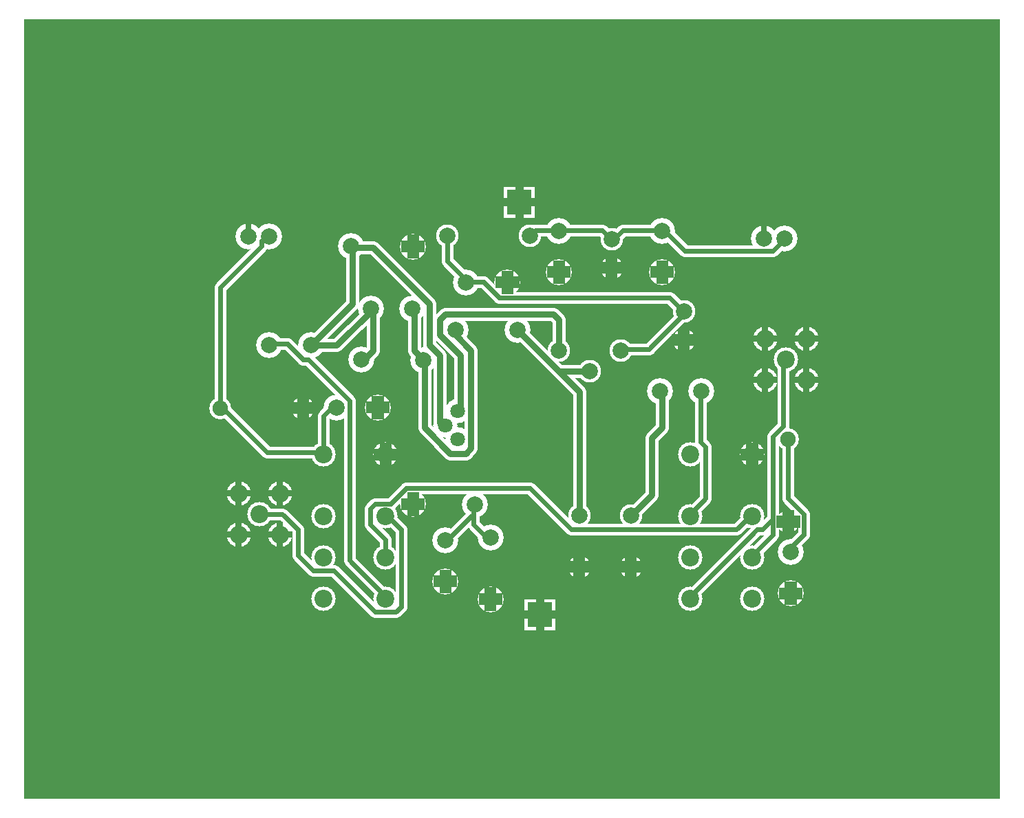
<source format=gbr>
%FSLAX34Y34*%
%MOMM*%
%LNCOPPER_BOTTOM*%
G71*
G01*
%ADD10C,3.200*%
%ADD11C,3.000*%
%ADD12C,3.000*%
%ADD13C,2.800*%
%ADD14C,1.600*%
%ADD15C,2.800*%
%ADD16C,3.200*%
%ADD17C,2.700*%
%ADD18C,1.400*%
%ADD19C,0.667*%
%ADD20C,0.813*%
%ADD21C,0.733*%
%ADD22C,1.453*%
%ADD23C,1.467*%
%ADD24C,1.000*%
%ADD25C,2.230*%
%ADD26C,1.447*%
%ADD27C,2.000*%
%ADD28C,1.800*%
%ADD29C,2.200*%
%ADD30C,0.800*%
%ADD31C,2.000*%
%ADD32C,3.000*%
%ADD33C,1.900*%
%ADD34C,0.600*%
%LPD*%
G36*
X-200000Y760000D02*
X1000000Y760000D01*
X1000000Y-200000D01*
X-200000Y-200000D01*
X-200000Y760000D01*
G37*
%LPC*%
X278266Y479989D02*
G54D10*
D03*
X202016Y480039D02*
G54D10*
D03*
X152400Y358450D02*
G54D10*
D03*
X101420Y358338D02*
G54D10*
D03*
X632896Y302170D02*
G54D10*
D03*
X581916Y302057D02*
G54D10*
D03*
X709775Y489525D02*
G54D10*
D03*
X735275Y489525D02*
G54D10*
D03*
X333400Y277400D02*
G54D11*
D03*
X317500Y259825D02*
G54D11*
D03*
X333435Y242209D02*
G54D11*
D03*
X63500Y175900D02*
G54D12*
D03*
X114300Y175900D02*
G54D12*
D03*
X88900Y150500D02*
G54D12*
D03*
X114300Y125100D02*
G54D12*
D03*
X63500Y125100D02*
G54D12*
D03*
X277297Y403769D02*
G54D10*
D03*
X226316Y403657D02*
G54D10*
D03*
X290966Y340289D02*
G54D10*
D03*
X214716Y340339D02*
G54D10*
D03*
X354466Y162489D02*
G54D10*
D03*
X278216Y162539D02*
G54D10*
D03*
X317836Y118375D02*
G54D10*
D03*
X317948Y67394D02*
G54D10*
D03*
X373428Y45574D02*
G54D10*
D03*
X373479Y121824D02*
G54D10*
D03*
X584536Y499375D02*
G54D10*
D03*
X584648Y448394D02*
G54D10*
D03*
X457536Y499375D02*
G54D10*
D03*
X457648Y448394D02*
G54D10*
D03*
X457200Y352100D02*
G54D13*
D03*
X533400Y352100D02*
G54D13*
D03*
X495300Y326700D02*
G54D13*
D03*
X522356Y453606D02*
G54D13*
D03*
X522356Y488706D02*
G54D13*
D03*
X482600Y148900D02*
G54D13*
D03*
X546100Y148900D02*
G54D13*
D03*
X546100Y85400D02*
G54D13*
D03*
X482600Y85400D02*
G54D13*
D03*
X406450Y377450D02*
G54D10*
D03*
X330200Y377500D02*
G54D10*
D03*
G54D14*
X226316Y403657D02*
X228600Y402900D01*
X184150Y358450D01*
X152400Y358450D01*
X152736Y359675D01*
G54D14*
X152736Y359675D02*
X152400Y358450D01*
X203200Y409250D01*
X203200Y479100D01*
X202016Y480039D01*
G54D14*
X317500Y259825D02*
X317500Y256850D01*
X311150Y263200D01*
X311150Y345750D01*
X298450Y358450D01*
X298450Y409250D01*
X228600Y479100D01*
X203200Y479100D01*
X202016Y480039D01*
G54D14*
X329016Y378439D02*
X330200Y377500D01*
X330200Y371150D01*
X349250Y352100D01*
X349250Y231450D01*
X342900Y225100D01*
X323850Y225100D01*
X292100Y256850D01*
X292100Y339400D01*
X290966Y340289D01*
G54D14*
X457200Y352100D02*
X457200Y390200D01*
X450850Y396550D01*
X317500Y396550D01*
X311150Y390200D01*
X311150Y371150D01*
X336550Y345750D01*
X336550Y275900D01*
X333400Y277400D01*
G54D14*
X405266Y378389D02*
X406400Y377500D01*
X482600Y301300D01*
X482600Y148900D01*
G54D14*
X546100Y148900D02*
X571500Y174300D01*
X571500Y244150D01*
X584200Y256850D01*
X584200Y301300D01*
X581916Y302057D01*
G54D14*
X405266Y378389D02*
X406400Y377500D01*
X457200Y326700D01*
X495300Y326700D01*
X278266Y479989D02*
G54D15*
D03*
X317948Y67394D02*
G54D15*
D03*
X373428Y45574D02*
G54D15*
D03*
X244500Y223549D02*
G54D15*
D03*
X482600Y85400D02*
G54D15*
D03*
X546100Y85400D02*
G54D15*
D03*
G54D14*
X214716Y340339D02*
X215900Y339400D01*
X228600Y352100D01*
X228600Y402900D01*
X226316Y403657D01*
G54D14*
X290966Y340289D02*
X292100Y339400D01*
X279400Y352100D01*
X279400Y402900D01*
X277297Y403769D01*
G36*
X389973Y553498D02*
X427973Y553498D01*
X427973Y515498D01*
X389973Y515498D01*
X389973Y553498D01*
G37*
G36*
X415373Y45498D02*
X453373Y45498D01*
X453373Y7498D01*
X415373Y7498D01*
X415373Y45498D01*
G37*
X22250Y23400D02*
G54D16*
D03*
X22250Y537750D02*
G54D16*
D03*
X777900Y537750D02*
G54D16*
D03*
X777900Y23400D02*
G54D16*
D03*
X422300Y493300D02*
G54D13*
D03*
X320700Y493300D02*
G54D13*
D03*
X394354Y435823D02*
G54D10*
D03*
X343373Y435711D02*
G54D10*
D03*
X611256Y364706D02*
G54D13*
D03*
X611256Y399806D02*
G54D13*
D03*
X168300Y223549D02*
G54D12*
D03*
X244500Y223549D02*
G54D12*
D03*
X168300Y147349D02*
G54D12*
D03*
X168300Y96549D02*
G54D12*
D03*
X168300Y45749D02*
G54D12*
D03*
X244500Y147349D02*
G54D12*
D03*
X244500Y96549D02*
G54D12*
D03*
X244500Y45749D02*
G54D12*
D03*
X142900Y280700D02*
G54D17*
D03*
X41300Y280700D02*
G54D17*
D03*
X234810Y281525D02*
G54D10*
D03*
X183830Y281413D02*
G54D10*
D03*
X142900Y280700D02*
G54D13*
D03*
X142900Y280700D02*
G54D15*
D03*
X234810Y281525D02*
G54D15*
D03*
X711200Y366400D02*
G54D12*
D03*
X762000Y366400D02*
G54D12*
D03*
X736600Y341000D02*
G54D12*
D03*
X762000Y315600D02*
G54D12*
D03*
X711200Y315600D02*
G54D12*
D03*
X619150Y223549D02*
G54D12*
D03*
X695350Y223549D02*
G54D12*
D03*
X619150Y147349D02*
G54D12*
D03*
X619150Y96549D02*
G54D12*
D03*
X619150Y45749D02*
G54D12*
D03*
X695350Y147349D02*
G54D12*
D03*
X695350Y96549D02*
G54D12*
D03*
X695350Y45749D02*
G54D12*
D03*
X739800Y141000D02*
G54D17*
D03*
X739800Y242600D02*
G54D17*
D03*
X742758Y52607D02*
G54D10*
D03*
X742646Y103588D02*
G54D10*
D03*
X75409Y492022D02*
G54D10*
D03*
X100909Y492022D02*
G54D10*
D03*
X739800Y141000D02*
G54D15*
D03*
X742758Y52607D02*
G54D15*
D03*
X584648Y448394D02*
G54D15*
D03*
X522356Y453606D02*
G54D15*
D03*
X457648Y448394D02*
G54D15*
D03*
X394354Y435823D02*
G54D15*
D03*
X611256Y364706D02*
G54D15*
D03*
G54D18*
X244500Y45749D02*
X244500Y48800D01*
X200050Y93250D01*
X200050Y290100D01*
X149250Y340900D01*
X142900Y340900D01*
X123850Y359950D01*
X98450Y359950D01*
X101420Y358338D01*
G54D18*
X41300Y280700D02*
X41300Y283750D01*
X98450Y226600D01*
X168300Y226600D01*
X168300Y223549D01*
G54D18*
X183830Y281413D02*
X181000Y283750D01*
X168300Y271050D01*
X168300Y226600D01*
X168300Y223549D01*
G54D18*
X244500Y147349D02*
X244500Y150400D01*
X263550Y131350D01*
X263550Y36100D01*
X257200Y29750D01*
X231800Y29750D01*
X181000Y80550D01*
X155600Y80550D01*
X136550Y99600D01*
X136550Y131350D01*
X117500Y150400D01*
X85750Y150400D01*
X88900Y150500D01*
G54D18*
X695350Y147349D02*
X695350Y150400D01*
X676300Y131350D01*
X473100Y131350D01*
X422300Y182150D01*
X269900Y182150D01*
X250850Y163100D01*
X231800Y163100D01*
X225450Y156750D01*
X225450Y137700D01*
X244500Y118650D01*
X244500Y99600D01*
X244500Y96549D01*
G54D18*
X522356Y488706D02*
X523900Y486950D01*
X536600Y499650D01*
X587400Y499650D01*
X584536Y499375D01*
G54D18*
X522356Y488706D02*
X523900Y486950D01*
X511200Y499650D01*
X460400Y499650D01*
X457536Y499375D01*
G54D18*
X343373Y435711D02*
X346100Y436150D01*
X320700Y461550D01*
X320700Y493300D01*
G54D18*
X611256Y399806D02*
X612800Y398050D01*
X593750Y417100D01*
X384200Y417100D01*
X365150Y436150D01*
X346100Y436150D01*
X343373Y435711D01*
G54D18*
X611256Y399806D02*
X612800Y398050D01*
X568350Y353600D01*
X530250Y353600D01*
X533400Y352100D01*
G54D18*
X742646Y103588D02*
X739800Y105950D01*
X758850Y125000D01*
X758850Y150400D01*
X739800Y169450D01*
X739800Y245650D01*
X739800Y242600D01*
G54D18*
X100909Y492022D02*
X98450Y493300D01*
X92100Y486950D01*
X92100Y480600D01*
X41300Y429800D01*
X41300Y283750D01*
X41300Y280700D01*
G54D18*
X584536Y499375D02*
X587400Y499650D01*
X612800Y474250D01*
X720750Y474250D01*
X733450Y486950D01*
X735275Y489525D01*
G54D18*
X695350Y96549D02*
X695350Y99600D01*
X720750Y125000D01*
X720750Y245650D01*
X733450Y258350D01*
X733450Y340900D01*
X736600Y341000D01*
G54D18*
X422300Y493300D02*
X428650Y499650D01*
X460400Y499650D01*
X457536Y499375D01*
G54D18*
X619150Y147349D02*
X619150Y150400D01*
X638200Y169450D01*
X638200Y232950D01*
X631850Y239300D01*
X631850Y302800D01*
X632896Y302170D01*
G54D18*
X619150Y45749D02*
X619150Y48800D01*
X701700Y131350D01*
X708050Y131350D01*
X720750Y144050D01*
X720750Y245650D01*
X733450Y258350D01*
X733450Y340900D01*
X736600Y341000D01*
X278216Y162539D02*
G54D15*
D03*
G54D18*
X317836Y118375D02*
X320700Y118650D01*
X352450Y150400D01*
X352450Y163100D01*
X354466Y162489D01*
G54D18*
X373479Y121824D02*
X371500Y118650D01*
X352450Y137700D01*
X352450Y163100D01*
X354466Y162489D01*
X695350Y223549D02*
G54D15*
D03*
%LPD*%
G54D19*
G36*
X706442Y489525D02*
X706442Y506025D01*
X713108Y506025D01*
X713108Y489525D01*
X706442Y489525D01*
G37*
G54D20*
G54D21*
G36*
X59833Y175900D02*
X59833Y191400D01*
X67167Y191400D01*
X67167Y175900D01*
X59833Y175900D01*
G37*
G36*
X63500Y179567D02*
X79000Y179567D01*
X79000Y172233D01*
X63500Y172233D01*
X63500Y179567D01*
G37*
G36*
X67167Y175900D02*
X67167Y160400D01*
X59833Y160400D01*
X59833Y175900D01*
X67167Y175900D01*
G37*
G36*
X63500Y172233D02*
X48000Y172233D01*
X48000Y179567D01*
X63500Y179567D01*
X63500Y172233D01*
G37*
G54D21*
G36*
X110633Y175900D02*
X110633Y191400D01*
X117967Y191400D01*
X117967Y175900D01*
X110633Y175900D01*
G37*
G36*
X114300Y179567D02*
X129800Y179567D01*
X129800Y172233D01*
X114300Y172233D01*
X114300Y179567D01*
G37*
G36*
X117967Y175900D02*
X117967Y160400D01*
X110633Y160400D01*
X110633Y175900D01*
X117967Y175900D01*
G37*
G36*
X114300Y172233D02*
X98800Y172233D01*
X98800Y179567D01*
X114300Y179567D01*
X114300Y172233D01*
G37*
G54D21*
G36*
X110633Y125100D02*
X110633Y140600D01*
X117967Y140600D01*
X117967Y125100D01*
X110633Y125100D01*
G37*
G36*
X114300Y128767D02*
X129800Y128767D01*
X129800Y121433D01*
X114300Y121433D01*
X114300Y128767D01*
G37*
G36*
X117967Y125100D02*
X117967Y109600D01*
X110633Y109600D01*
X110633Y125100D01*
X117967Y125100D01*
G37*
G36*
X114300Y121433D02*
X98800Y121433D01*
X98800Y128767D01*
X114300Y128767D01*
X114300Y121433D01*
G37*
G54D21*
G36*
X59833Y125100D02*
X59833Y140600D01*
X67167Y140600D01*
X67167Y125100D01*
X59833Y125100D01*
G37*
G36*
X63500Y128767D02*
X79000Y128767D01*
X79000Y121433D01*
X63500Y121433D01*
X63500Y128767D01*
G37*
G36*
X67167Y125100D02*
X67167Y109600D01*
X59833Y109600D01*
X59833Y125100D01*
X67167Y125100D01*
G37*
G36*
X63500Y121433D02*
X48000Y121433D01*
X48000Y128767D01*
X63500Y128767D01*
X63500Y121433D01*
G37*
G54D22*
G36*
X270999Y479989D02*
X270999Y494489D01*
X285533Y494489D01*
X285533Y479989D01*
X270999Y479989D01*
G37*
G36*
X278266Y487256D02*
X292766Y487256D01*
X292766Y472722D01*
X278266Y472722D01*
X278266Y487256D01*
G37*
G36*
X285533Y479989D02*
X285533Y465489D01*
X270999Y465489D01*
X270999Y479989D01*
X285533Y479989D01*
G37*
G36*
X278266Y472722D02*
X263766Y472722D01*
X263766Y487256D01*
X278266Y487256D01*
X278266Y472722D01*
G37*
G54D23*
G36*
X310615Y67394D02*
X310615Y81894D01*
X325281Y81894D01*
X325281Y67394D01*
X310615Y67394D01*
G37*
G36*
X317948Y74727D02*
X332448Y74727D01*
X332448Y60061D01*
X317948Y60061D01*
X317948Y74727D01*
G37*
G36*
X325281Y67394D02*
X325281Y52894D01*
X310615Y52894D01*
X310615Y67394D01*
X325281Y67394D01*
G37*
G36*
X317948Y60061D02*
X303448Y60061D01*
X303448Y74727D01*
X317948Y74727D01*
X317948Y60061D01*
G37*
G54D23*
G36*
X366095Y45574D02*
X366095Y60074D01*
X380762Y60074D01*
X380762Y45574D01*
X366095Y45574D01*
G37*
G36*
X373428Y52907D02*
X387928Y52907D01*
X387928Y38241D01*
X373428Y38241D01*
X373428Y52907D01*
G37*
G36*
X380762Y45574D02*
X380762Y31074D01*
X366095Y31074D01*
X366095Y45574D01*
X380762Y45574D01*
G37*
G36*
X373428Y38241D02*
X358928Y38241D01*
X358928Y52907D01*
X373428Y52907D01*
X373428Y38241D01*
G37*
G54D23*
G36*
X237166Y223549D02*
X237166Y238049D01*
X251833Y238049D01*
X251833Y223549D01*
X237166Y223549D01*
G37*
G36*
X244500Y230882D02*
X259000Y230882D01*
X259000Y216216D01*
X244500Y216216D01*
X244500Y230882D01*
G37*
G36*
X251833Y223549D02*
X251833Y209049D01*
X237166Y209049D01*
X237166Y223549D01*
X251833Y223549D01*
G37*
G36*
X244500Y216216D02*
X230000Y216216D01*
X230000Y230882D01*
X244500Y230882D01*
X244500Y216216D01*
G37*
G54D23*
G36*
X475267Y85400D02*
X475267Y99900D01*
X489933Y99900D01*
X489933Y85400D01*
X475267Y85400D01*
G37*
G36*
X482600Y92733D02*
X497100Y92733D01*
X497100Y78067D01*
X482600Y78067D01*
X482600Y92733D01*
G37*
G36*
X489933Y85400D02*
X489933Y70900D01*
X475267Y70900D01*
X475267Y85400D01*
X489933Y85400D01*
G37*
G36*
X482600Y78067D02*
X468100Y78067D01*
X468100Y92733D01*
X482600Y92733D01*
X482600Y78067D01*
G37*
G54D23*
G36*
X538767Y85400D02*
X538767Y99900D01*
X553433Y99900D01*
X553433Y85400D01*
X538767Y85400D01*
G37*
G36*
X546100Y92733D02*
X560600Y92733D01*
X560600Y78067D01*
X546100Y78067D01*
X546100Y92733D01*
G37*
G36*
X553433Y85400D02*
X553433Y70900D01*
X538767Y70900D01*
X538767Y85400D01*
X553433Y85400D01*
G37*
G36*
X546100Y78067D02*
X531600Y78067D01*
X531600Y92733D01*
X546100Y92733D01*
X546100Y78067D01*
G37*
G54D24*
G36*
X403973Y534498D02*
X403973Y553998D01*
X413973Y553998D01*
X413973Y534498D01*
X403973Y534498D01*
G37*
G36*
X408973Y539498D02*
X428473Y539498D01*
X428473Y529498D01*
X408973Y529498D01*
X408973Y539498D01*
G37*
G36*
X413973Y534498D02*
X413973Y514998D01*
X403973Y514998D01*
X403973Y534498D01*
X413973Y534498D01*
G37*
G36*
X408973Y529498D02*
X389473Y529498D01*
X389473Y539498D01*
X408973Y539498D01*
X408973Y529498D01*
G37*
G54D24*
G36*
X429373Y26498D02*
X429373Y45998D01*
X439373Y45998D01*
X439373Y26498D01*
X429373Y26498D01*
G37*
G36*
X434373Y31498D02*
X453873Y31498D01*
X453873Y21498D01*
X434373Y21498D01*
X434373Y31498D01*
G37*
G36*
X439373Y26498D02*
X439373Y6998D01*
X429373Y6998D01*
X429373Y26498D01*
X439373Y26498D01*
G37*
G36*
X434373Y21498D02*
X414873Y21498D01*
X414873Y31498D01*
X434373Y31498D01*
X434373Y21498D01*
G37*
G54D25*
G36*
X22250Y34550D02*
X38750Y34550D01*
X38750Y12250D01*
X22250Y12250D01*
X22250Y34550D01*
G37*
G36*
X33400Y23400D02*
X33400Y6900D01*
X11100Y6900D01*
X11100Y23400D01*
X33400Y23400D01*
G37*
G36*
X22250Y12250D02*
X5750Y12250D01*
X5750Y34550D01*
X22250Y34550D01*
X22250Y12250D01*
G37*
G36*
X11100Y23400D02*
X11100Y39900D01*
X33400Y39900D01*
X33400Y23400D01*
X11100Y23400D01*
G37*
G54D25*
G36*
X22250Y548900D02*
X38750Y548900D01*
X38750Y526600D01*
X22250Y526600D01*
X22250Y548900D01*
G37*
G36*
X33400Y537750D02*
X33400Y521250D01*
X11100Y521250D01*
X11100Y537750D01*
X33400Y537750D01*
G37*
G36*
X22250Y526600D02*
X5750Y526600D01*
X5750Y548900D01*
X22250Y548900D01*
X22250Y526600D01*
G37*
G36*
X11100Y537750D02*
X11100Y554250D01*
X33400Y554250D01*
X33400Y537750D01*
X11100Y537750D01*
G37*
G54D25*
G36*
X777900Y548900D02*
X794400Y548900D01*
X794400Y526600D01*
X777900Y526600D01*
X777900Y548900D01*
G37*
G36*
X789050Y537750D02*
X789050Y521250D01*
X766750Y521250D01*
X766750Y537750D01*
X789050Y537750D01*
G37*
G36*
X777900Y526600D02*
X761400Y526600D01*
X761400Y548900D01*
X777900Y548900D01*
X777900Y526600D01*
G37*
G36*
X766750Y537750D02*
X766750Y554250D01*
X789050Y554250D01*
X789050Y537750D01*
X766750Y537750D01*
G37*
G54D25*
G36*
X777900Y34550D02*
X794400Y34550D01*
X794400Y12250D01*
X777900Y12250D01*
X777900Y34550D01*
G37*
G36*
X789050Y23400D02*
X789050Y6900D01*
X766750Y6900D01*
X766750Y23400D01*
X789050Y23400D01*
G37*
G36*
X777900Y12250D02*
X761400Y12250D01*
X761400Y34550D01*
X777900Y34550D01*
X777900Y12250D01*
G37*
G36*
X766750Y23400D02*
X766750Y39900D01*
X789050Y39900D01*
X789050Y23400D01*
X766750Y23400D01*
G37*
G54D26*
G36*
X135667Y280700D02*
X135667Y295200D01*
X150133Y295200D01*
X150133Y280700D01*
X135667Y280700D01*
G37*
G36*
X142900Y287933D02*
X157400Y287933D01*
X157400Y273467D01*
X142900Y273467D01*
X142900Y287933D01*
G37*
G36*
X150133Y280700D02*
X150133Y266200D01*
X135667Y266200D01*
X135667Y280700D01*
X150133Y280700D01*
G37*
G36*
X142900Y273467D02*
X128400Y273467D01*
X128400Y287933D01*
X142900Y287933D01*
X142900Y273467D01*
G37*
G54D26*
G36*
X227577Y281525D02*
X227577Y296025D01*
X242043Y296025D01*
X242043Y281525D01*
X227577Y281525D01*
G37*
G36*
X234810Y288759D02*
X249310Y288759D01*
X249310Y274292D01*
X234810Y274292D01*
X234810Y288759D01*
G37*
G36*
X242043Y281525D02*
X242043Y267025D01*
X227577Y267025D01*
X227577Y281525D01*
X242043Y281525D01*
G37*
G36*
X234810Y274292D02*
X220310Y274292D01*
X220310Y288759D01*
X234810Y288759D01*
X234810Y274292D01*
G37*
G54D21*
G36*
X707533Y366400D02*
X707533Y381900D01*
X714867Y381900D01*
X714867Y366400D01*
X707533Y366400D01*
G37*
G36*
X711200Y370067D02*
X726700Y370067D01*
X726700Y362733D01*
X711200Y362733D01*
X711200Y370067D01*
G37*
G36*
X714867Y366400D02*
X714867Y350900D01*
X707533Y350900D01*
X707533Y366400D01*
X714867Y366400D01*
G37*
G36*
X711200Y362733D02*
X695700Y362733D01*
X695700Y370067D01*
X711200Y370067D01*
X711200Y362733D01*
G37*
G54D21*
G36*
X758333Y366400D02*
X758333Y381900D01*
X765667Y381900D01*
X765667Y366400D01*
X758333Y366400D01*
G37*
G36*
X762000Y370067D02*
X777500Y370067D01*
X777500Y362733D01*
X762000Y362733D01*
X762000Y370067D01*
G37*
G36*
X765667Y366400D02*
X765667Y350900D01*
X758333Y350900D01*
X758333Y366400D01*
X765667Y366400D01*
G37*
G36*
X762000Y362733D02*
X746500Y362733D01*
X746500Y370067D01*
X762000Y370067D01*
X762000Y362733D01*
G37*
G54D21*
G36*
X758333Y315600D02*
X758333Y331100D01*
X765667Y331100D01*
X765667Y315600D01*
X758333Y315600D01*
G37*
G36*
X762000Y319267D02*
X777500Y319267D01*
X777500Y311933D01*
X762000Y311933D01*
X762000Y319267D01*
G37*
G36*
X765667Y315600D02*
X765667Y300100D01*
X758333Y300100D01*
X758333Y315600D01*
X765667Y315600D01*
G37*
G36*
X762000Y311933D02*
X746500Y311933D01*
X746500Y319267D01*
X762000Y319267D01*
X762000Y311933D01*
G37*
G54D21*
G36*
X707533Y315600D02*
X707533Y331100D01*
X714867Y331100D01*
X714867Y315600D01*
X707533Y315600D01*
G37*
G36*
X711200Y319267D02*
X726700Y319267D01*
X726700Y311933D01*
X711200Y311933D01*
X711200Y319267D01*
G37*
G36*
X714867Y315600D02*
X714867Y300100D01*
X707533Y300100D01*
X707533Y315600D01*
X714867Y315600D01*
G37*
G36*
X711200Y311933D02*
X695700Y311933D01*
X695700Y319267D01*
X711200Y319267D01*
X711200Y311933D01*
G37*
G54D19*
G36*
X72076Y492022D02*
X72076Y508522D01*
X78742Y508522D01*
X78742Y492022D01*
X72076Y492022D01*
G37*
G54D20*
G54D23*
G36*
X732467Y141000D02*
X732467Y155500D01*
X747133Y155500D01*
X747133Y141000D01*
X732467Y141000D01*
G37*
G36*
X739800Y148333D02*
X754300Y148333D01*
X754300Y133667D01*
X739800Y133667D01*
X739800Y148333D01*
G37*
G36*
X747133Y141000D02*
X747133Y126500D01*
X732467Y126500D01*
X732467Y141000D01*
X747133Y141000D01*
G37*
G36*
X739800Y133667D02*
X725300Y133667D01*
X725300Y148333D01*
X739800Y148333D01*
X739800Y133667D01*
G37*
G54D23*
G36*
X735425Y52607D02*
X735425Y67107D01*
X750092Y67107D01*
X750092Y52607D01*
X735425Y52607D01*
G37*
G36*
X742758Y59940D02*
X757258Y59940D01*
X757258Y45274D01*
X742758Y45274D01*
X742758Y59940D01*
G37*
G36*
X750092Y52607D02*
X750092Y38107D01*
X735425Y38107D01*
X735425Y52607D01*
X750092Y52607D01*
G37*
G36*
X742758Y45274D02*
X728258Y45274D01*
X728258Y59940D01*
X742758Y59940D01*
X742758Y45274D01*
G37*
G54D23*
G36*
X577315Y448394D02*
X577315Y462894D01*
X591981Y462894D01*
X591981Y448394D01*
X577315Y448394D01*
G37*
G36*
X584648Y455727D02*
X599148Y455727D01*
X599148Y441061D01*
X584648Y441061D01*
X584648Y455727D01*
G37*
G36*
X591981Y448394D02*
X591981Y433894D01*
X577315Y433894D01*
X577315Y448394D01*
X591981Y448394D01*
G37*
G36*
X584648Y441061D02*
X570148Y441061D01*
X570148Y455727D01*
X584648Y455727D01*
X584648Y441061D01*
G37*
G54D23*
G36*
X515023Y453606D02*
X515023Y468106D01*
X529689Y468106D01*
X529689Y453606D01*
X515023Y453606D01*
G37*
G36*
X522356Y460939D02*
X536856Y460939D01*
X536856Y446273D01*
X522356Y446273D01*
X522356Y460939D01*
G37*
G36*
X529689Y453606D02*
X529689Y439106D01*
X515023Y439106D01*
X515023Y453606D01*
X529689Y453606D01*
G37*
G36*
X522356Y446273D02*
X507856Y446273D01*
X507856Y460939D01*
X522356Y460939D01*
X522356Y446273D01*
G37*
G54D23*
G36*
X450315Y448394D02*
X450315Y462894D01*
X464981Y462894D01*
X464981Y448394D01*
X450315Y448394D01*
G37*
G36*
X457648Y455727D02*
X472148Y455727D01*
X472148Y441061D01*
X457648Y441061D01*
X457648Y455727D01*
G37*
G36*
X464981Y448394D02*
X464981Y433894D01*
X450315Y433894D01*
X450315Y448394D01*
X464981Y448394D01*
G37*
G36*
X457648Y441061D02*
X443148Y441061D01*
X443148Y455727D01*
X457648Y455727D01*
X457648Y441061D01*
G37*
G54D23*
G36*
X387020Y435823D02*
X387020Y450323D01*
X401687Y450323D01*
X401687Y435823D01*
X387020Y435823D01*
G37*
G36*
X394354Y443157D02*
X408854Y443157D01*
X408854Y428490D01*
X394354Y428490D01*
X394354Y443157D01*
G37*
G36*
X401687Y435823D02*
X401687Y421323D01*
X387020Y421323D01*
X387020Y435823D01*
X401687Y435823D01*
G37*
G36*
X394354Y428490D02*
X379854Y428490D01*
X379854Y443157D01*
X394354Y443157D01*
X394354Y428490D01*
G37*
G54D23*
G36*
X603923Y364706D02*
X603923Y379206D01*
X618589Y379206D01*
X618589Y364706D01*
X603923Y364706D01*
G37*
G36*
X611256Y372039D02*
X625756Y372039D01*
X625756Y357373D01*
X611256Y357373D01*
X611256Y372039D01*
G37*
G36*
X618589Y364706D02*
X618589Y350206D01*
X603923Y350206D01*
X603923Y364706D01*
X618589Y364706D01*
G37*
G36*
X611256Y357373D02*
X596756Y357373D01*
X596756Y372039D01*
X611256Y372039D01*
X611256Y357373D01*
G37*
G54D23*
G36*
X270883Y162539D02*
X270883Y177039D01*
X285550Y177039D01*
X285550Y162539D01*
X270883Y162539D01*
G37*
G36*
X278216Y169872D02*
X292716Y169872D01*
X292716Y155206D01*
X278216Y155206D01*
X278216Y169872D01*
G37*
G36*
X285550Y162539D02*
X285550Y148039D01*
X270883Y148039D01*
X270883Y162539D01*
X285550Y162539D01*
G37*
G36*
X278216Y155206D02*
X263716Y155206D01*
X263716Y169872D01*
X278216Y169872D01*
X278216Y155206D01*
G37*
G54D23*
G36*
X688016Y223549D02*
X688016Y238049D01*
X702683Y238049D01*
X702683Y223549D01*
X688016Y223549D01*
G37*
G36*
X695350Y230882D02*
X709850Y230882D01*
X709850Y216216D01*
X695350Y216216D01*
X695350Y230882D01*
G37*
G36*
X702683Y223549D02*
X702683Y209049D01*
X688016Y209049D01*
X688016Y223549D01*
X702683Y223549D01*
G37*
G36*
X695350Y216216D02*
X680850Y216216D01*
X680850Y230882D01*
X695350Y230882D01*
X695350Y216216D01*
G37*
X278266Y479989D02*
G54D27*
D03*
X202016Y480039D02*
G54D27*
D03*
X152400Y358450D02*
G54D27*
D03*
X101420Y358338D02*
G54D27*
D03*
X632896Y302170D02*
G54D27*
D03*
X581916Y302057D02*
G54D27*
D03*
X709775Y489525D02*
G54D27*
D03*
X735275Y489525D02*
G54D27*
D03*
X333400Y277400D02*
G54D28*
D03*
X317500Y259825D02*
G54D28*
D03*
X333435Y242209D02*
G54D28*
D03*
X63500Y175900D02*
G54D29*
D03*
X114300Y175900D02*
G54D29*
D03*
X88900Y150500D02*
G54D29*
D03*
X114300Y125100D02*
G54D29*
D03*
X63500Y125100D02*
G54D29*
D03*
X277297Y403769D02*
G54D27*
D03*
X226316Y403657D02*
G54D27*
D03*
X290966Y340289D02*
G54D27*
D03*
X214716Y340339D02*
G54D27*
D03*
X354466Y162489D02*
G54D27*
D03*
X278216Y162539D02*
G54D27*
D03*
X317836Y118375D02*
G54D27*
D03*
X317948Y67394D02*
G54D27*
D03*
X373428Y45574D02*
G54D27*
D03*
X373479Y121824D02*
G54D27*
D03*
X584536Y499375D02*
G54D27*
D03*
X584648Y448394D02*
G54D27*
D03*
X457536Y499375D02*
G54D27*
D03*
X457648Y448394D02*
G54D27*
D03*
X457200Y352100D02*
G54D27*
D03*
X533400Y352100D02*
G54D27*
D03*
X495300Y326700D02*
G54D27*
D03*
X522356Y453606D02*
G54D27*
D03*
X522356Y488706D02*
G54D27*
D03*
X482600Y148900D02*
G54D27*
D03*
X546100Y148900D02*
G54D27*
D03*
X546100Y85400D02*
G54D27*
D03*
X482600Y85400D02*
G54D27*
D03*
X406450Y377450D02*
G54D27*
D03*
X330200Y377500D02*
G54D27*
D03*
G54D30*
X226316Y403657D02*
X228600Y402900D01*
X184150Y358450D01*
X152400Y358450D01*
X152736Y359675D01*
G54D30*
X152736Y359675D02*
X152400Y358450D01*
X203200Y409250D01*
X203200Y479100D01*
X202016Y480039D01*
G54D30*
X317500Y259825D02*
X317500Y256850D01*
X311150Y263200D01*
X311150Y345750D01*
X298450Y358450D01*
X298450Y409250D01*
X228600Y479100D01*
X203200Y479100D01*
X202016Y480039D01*
G54D30*
X329016Y378439D02*
X330200Y377500D01*
X330200Y371150D01*
X349250Y352100D01*
X349250Y231450D01*
X342900Y225100D01*
X323850Y225100D01*
X292100Y256850D01*
X292100Y339400D01*
X290966Y340289D01*
G54D30*
X457200Y352100D02*
X457200Y390200D01*
X450850Y396550D01*
X317500Y396550D01*
X311150Y390200D01*
X311150Y371150D01*
X336550Y345750D01*
X336550Y275900D01*
X333400Y277400D01*
G54D30*
X405266Y378389D02*
X406400Y377500D01*
X482600Y301300D01*
X482600Y148900D01*
G54D30*
X546100Y148900D02*
X571500Y174300D01*
X571500Y244150D01*
X584200Y256850D01*
X584200Y301300D01*
X581916Y302057D01*
G54D30*
X405266Y378389D02*
X406400Y377500D01*
X457200Y326700D01*
X495300Y326700D01*
X278266Y479989D02*
G54D31*
D03*
X317948Y67394D02*
G54D31*
D03*
X373428Y45574D02*
G54D31*
D03*
X244500Y223549D02*
G54D31*
D03*
X482600Y85400D02*
G54D31*
D03*
X546100Y85400D02*
G54D31*
D03*
G54D30*
X214716Y340339D02*
X215900Y339400D01*
X228600Y352100D01*
X228600Y402900D01*
X226316Y403657D01*
G54D30*
X290966Y340289D02*
X292100Y339400D01*
X279400Y352100D01*
X279400Y402900D01*
X277297Y403769D01*
G36*
X393973Y549498D02*
X423973Y549498D01*
X423973Y519498D01*
X393973Y519498D01*
X393973Y549498D01*
G37*
G36*
X419373Y41498D02*
X449373Y41498D01*
X449373Y11498D01*
X419373Y11498D01*
X419373Y41498D01*
G37*
X22250Y23400D02*
G54D32*
D03*
X22250Y537750D02*
G54D32*
D03*
X777900Y537750D02*
G54D32*
D03*
X777900Y23400D02*
G54D32*
D03*
X422300Y493300D02*
G54D27*
D03*
X320700Y493300D02*
G54D27*
D03*
X394354Y435823D02*
G54D27*
D03*
X343373Y435711D02*
G54D27*
D03*
X611256Y364706D02*
G54D27*
D03*
X611256Y399806D02*
G54D27*
D03*
X168300Y223549D02*
G54D29*
D03*
X244500Y223549D02*
G54D29*
D03*
X168300Y147349D02*
G54D29*
D03*
X168300Y96549D02*
G54D29*
D03*
X168300Y45749D02*
G54D29*
D03*
X244500Y147349D02*
G54D29*
D03*
X244500Y96549D02*
G54D29*
D03*
X244500Y45749D02*
G54D29*
D03*
X142900Y280700D02*
G54D33*
D03*
X41300Y280700D02*
G54D33*
D03*
X234810Y281525D02*
G54D27*
D03*
X183830Y281413D02*
G54D27*
D03*
X142900Y280700D02*
G54D27*
D03*
X142900Y280700D02*
G54D31*
D03*
X234810Y281525D02*
G54D31*
D03*
X711200Y366400D02*
G54D29*
D03*
X762000Y366400D02*
G54D29*
D03*
X736600Y341000D02*
G54D29*
D03*
X762000Y315600D02*
G54D29*
D03*
X711200Y315600D02*
G54D29*
D03*
X619150Y223549D02*
G54D29*
D03*
X695350Y223549D02*
G54D29*
D03*
X619150Y147349D02*
G54D29*
D03*
X619150Y96549D02*
G54D29*
D03*
X619150Y45749D02*
G54D29*
D03*
X695350Y147349D02*
G54D29*
D03*
X695350Y96549D02*
G54D29*
D03*
X695350Y45749D02*
G54D29*
D03*
X739800Y141000D02*
G54D33*
D03*
X739800Y242600D02*
G54D33*
D03*
X742758Y52607D02*
G54D27*
D03*
X742646Y103588D02*
G54D27*
D03*
X75409Y492022D02*
G54D27*
D03*
X100909Y492022D02*
G54D27*
D03*
X739800Y141000D02*
G54D31*
D03*
X742758Y52607D02*
G54D31*
D03*
X584648Y448394D02*
G54D31*
D03*
X522356Y453606D02*
G54D31*
D03*
X457648Y448394D02*
G54D31*
D03*
X394354Y435823D02*
G54D31*
D03*
X611256Y364706D02*
G54D31*
D03*
G54D34*
X244500Y45749D02*
X244500Y48800D01*
X200050Y93250D01*
X200050Y290100D01*
X149250Y340900D01*
X142900Y340900D01*
X123850Y359950D01*
X98450Y359950D01*
X101420Y358338D01*
G54D34*
X41300Y280700D02*
X41300Y283750D01*
X98450Y226600D01*
X168300Y226600D01*
X168300Y223549D01*
G54D34*
X183830Y281413D02*
X181000Y283750D01*
X168300Y271050D01*
X168300Y226600D01*
X168300Y223549D01*
G54D34*
X244500Y147349D02*
X244500Y150400D01*
X263550Y131350D01*
X263550Y36100D01*
X257200Y29750D01*
X231800Y29750D01*
X181000Y80550D01*
X155600Y80550D01*
X136550Y99600D01*
X136550Y131350D01*
X117500Y150400D01*
X85750Y150400D01*
X88900Y150500D01*
G54D34*
X695350Y147349D02*
X695350Y150400D01*
X676300Y131350D01*
X473100Y131350D01*
X422300Y182150D01*
X269900Y182150D01*
X250850Y163100D01*
X231800Y163100D01*
X225450Y156750D01*
X225450Y137700D01*
X244500Y118650D01*
X244500Y99600D01*
X244500Y96549D01*
G54D34*
X522356Y488706D02*
X523900Y486950D01*
X536600Y499650D01*
X587400Y499650D01*
X584536Y499375D01*
G54D34*
X522356Y488706D02*
X523900Y486950D01*
X511200Y499650D01*
X460400Y499650D01*
X457536Y499375D01*
G54D34*
X343373Y435711D02*
X346100Y436150D01*
X320700Y461550D01*
X320700Y493300D01*
G54D34*
X611256Y399806D02*
X612800Y398050D01*
X593750Y417100D01*
X384200Y417100D01*
X365150Y436150D01*
X346100Y436150D01*
X343373Y435711D01*
G54D34*
X611256Y399806D02*
X612800Y398050D01*
X568350Y353600D01*
X530250Y353600D01*
X533400Y352100D01*
G54D34*
X742646Y103588D02*
X739800Y105950D01*
X758850Y125000D01*
X758850Y150400D01*
X739800Y169450D01*
X739800Y245650D01*
X739800Y242600D01*
G54D34*
X100909Y492022D02*
X98450Y493300D01*
X92100Y486950D01*
X92100Y480600D01*
X41300Y429800D01*
X41300Y283750D01*
X41300Y280700D01*
G54D34*
X584536Y499375D02*
X587400Y499650D01*
X612800Y474250D01*
X720750Y474250D01*
X733450Y486950D01*
X735275Y489525D01*
G54D34*
X695350Y96549D02*
X695350Y99600D01*
X720750Y125000D01*
X720750Y245650D01*
X733450Y258350D01*
X733450Y340900D01*
X736600Y341000D01*
G54D34*
X422300Y493300D02*
X428650Y499650D01*
X460400Y499650D01*
X457536Y499375D01*
G54D34*
X619150Y147349D02*
X619150Y150400D01*
X638200Y169450D01*
X638200Y232950D01*
X631850Y239300D01*
X631850Y302800D01*
X632896Y302170D01*
G54D34*
X619150Y45749D02*
X619150Y48800D01*
X701700Y131350D01*
X708050Y131350D01*
X720750Y144050D01*
X720750Y245650D01*
X733450Y258350D01*
X733450Y340900D01*
X736600Y341000D01*
X278216Y162539D02*
G54D31*
D03*
G54D34*
X317836Y118375D02*
X320700Y118650D01*
X352450Y150400D01*
X352450Y163100D01*
X354466Y162489D01*
G54D34*
X373479Y121824D02*
X371500Y118650D01*
X352450Y137700D01*
X352450Y163100D01*
X354466Y162489D01*
X695350Y223549D02*
G54D31*
D03*
M02*

</source>
